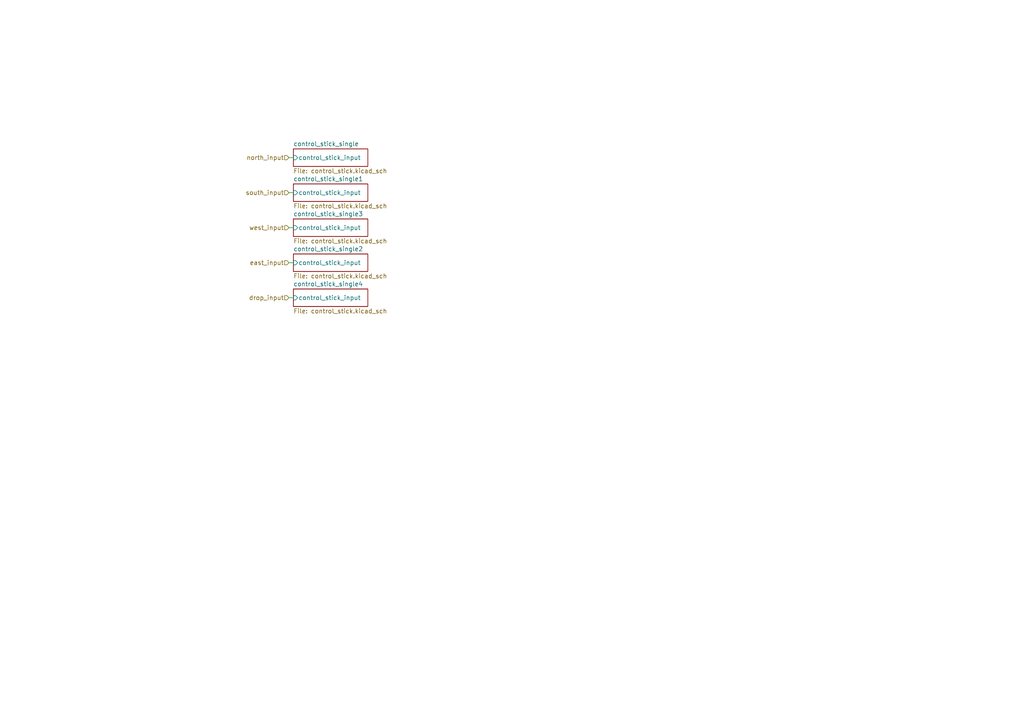
<source format=kicad_sch>
(kicad_sch (version 20230121) (generator eeschema)
  (paper "A4")
  (lib_symbols)
  (wire (pts (xy 83.82 66.04) (xy 85.09 66.04)))
  (wire (pts (xy 83.82 55.88) (xy 85.09 55.88)))
  (wire (pts (xy 83.82 76.2) (xy 85.09 76.2)))
  (wire (pts (xy 83.82 86.36) (xy 85.09 86.36)))
  (wire (pts (xy 83.82 45.72) (xy 85.09 45.72)))
  (hierarchical_label "west_input" (shape input) (at 83.82 66.04 180))
  (hierarchical_label "north_input" (shape input) (at 83.82 45.72 180))
  (hierarchical_label "south_input" (shape input) (at 83.82 55.88 180))
  (hierarchical_label "east_input" (shape input) (at 83.82 76.2 180))
  (hierarchical_label "drop_input" (shape input) (at 83.82 86.36 180))
  (sheet (at 85.09 73.66) (size 21.59 5.08) (stroke (width 0.1524))
    (property "Sheetname" "control_stick_single2" (at 85.09 72.9484 0) (effects (justify left bottom)))
    (property "Sheetfile" "control_stick.kicad_sch" (at 85.09 79.3246 0) (effects (justify left top)))
    (pin "control_stick_input" input (at 85.09 76.2 180))
  )
  (sheet (at 85.09 43.18) (size 21.59 5.08) (stroke (width 0.1524))
    (property "Sheetname" "control_stick_single" (at 85.09 42.4684 0) (effects (justify left bottom)))
    (property "Sheetfile" "control_stick.kicad_sch" (at 85.09 48.8446 0) (effects (justify left top)))
    (pin "control_stick_input" input (at 85.09 45.72 180))
  )
  (sheet (at 85.09 63.5) (size 21.59 5.08) (stroke (width 0.1524))
    (property "Sheetname" "control_stick_single3" (at 85.09 62.7884 0) (effects (justify left bottom)))
    (property "Sheetfile" "control_stick.kicad_sch" (at 85.09 69.1646 0) (effects (justify left top)))
    (pin "control_stick_input" input (at 85.09 66.04 180))
  )
  (sheet (at 85.09 53.34) (size 21.59 5.08) (stroke (width 0.1524))
    (property "Sheetname" "control_stick_single1" (at 85.09 52.6284 0) (effects (justify left bottom)))
    (property "Sheetfile" "control_stick.kicad_sch" (at 85.09 59.0046 0) (effects (justify left top)))
    (pin "control_stick_input" input (at 85.09 55.88 180))
  )
  (sheet (at 85.09 83.82) (size 21.59 5.08) (stroke (width 0.1524))
    (property "Sheetname" "control_stick_single4" (at 85.09 83.1084 0) (effects (justify left bottom)))
    (property "Sheetfile" "control_stick.kicad_sch" (at 85.09 89.4846 0) (effects (justify left top)))
    (pin "control_stick_input" input (at 85.09 86.36 180))
  )
)
</source>
